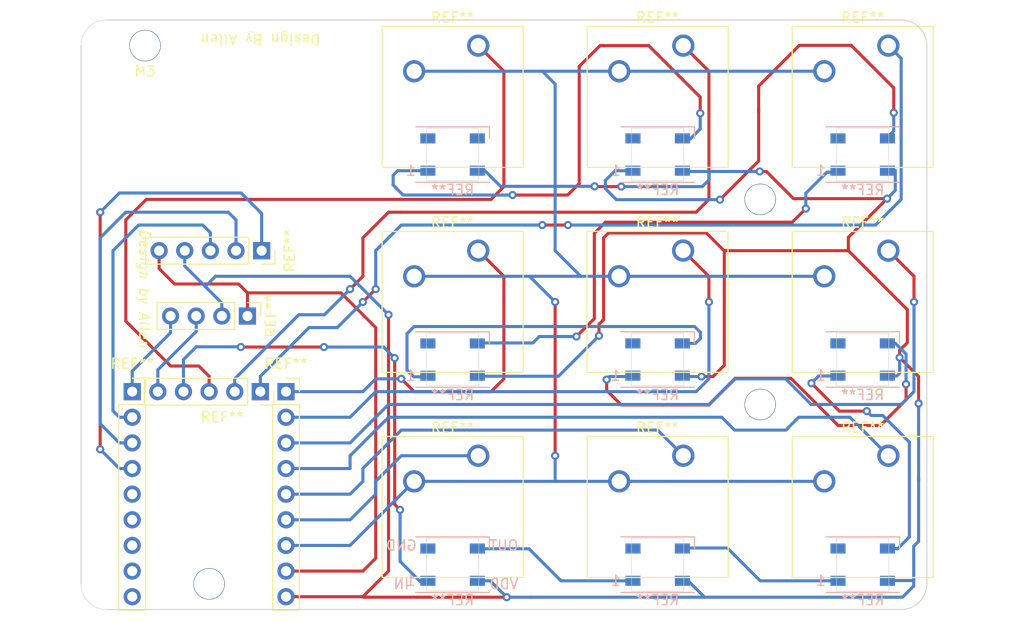
<source format=kicad_pcb>
(kicad_pcb (version 20211014) (generator pcbnew)
  (title_block (title "4*3_programmable_keyboard") (date "2022-05-29"))
  (layers (0 "F.Cu" signal) (31 "B.Cu" signal) (34 "B.Paste" user) (35 "F.Paste" user) (36 "B.SilkS" user "B.Silkscreen") (37 "F.SilkS" user "F.Silkscreen") (38 "B.Mask" user) (39 "F.Mask" user) (44 "Edge.Cuts" user))
  (net 0 "")
  (footprint "Button_Switch_Keyboard:SW_Cherry_MX_1.00u_Plate" (layer "F.Cu") (at 106.68 97.79)
    (fp_text reference "REF**" (at -2.54 -2.794) (layer "F.SilkS"))
    (fp_text value "SW_Cherry_MX_1.00u_Plate")
    (pad "" np_thru_hole circle (at -2.54 5.08) (size 4 4) (drill 4) (layers *.Cu *.Mask))
    (pad "1" thru_hole circle (at 0 0) (size 2.2 2.2) (drill 1.5) (layers *.Cu *.Mask))
    (pad "2" thru_hole circle (at -6.35 2.54) (size 2.2 2.2) (drill 1.5) (layers *.Cu *.Mask))
  )
  (footprint "Button_Switch_Keyboard:SW_Cherry_MX_1.00u_Plate" (layer "F.Cu") (at 86.36 97.79)
    (fp_text reference "REF**" (at -2.54 -2.794) (layer "F.SilkS"))
    (fp_text value "SW_Cherry_MX_1.00u_Plate")
    (pad "" np_thru_hole circle (at -2.54 5.08) (size 4 4) (drill 4) (layers *.Cu *.Mask))
    (pad "1" thru_hole circle (at 0 0) (size 2.2 2.2) (drill 1.5) (layers *.Cu *.Mask))
    (pad "2" thru_hole circle (at -6.35 2.54) (size 2.2 2.2) (drill 1.5) (layers *.Cu *.Mask))
  )
  (footprint "Connector_PinSocket_2.54mm:PinSocket_1x09_P2.54mm_Vertical" (layer "F.Cu") (at 46.99 91.44)
    (fp_text reference "REF**" (at 0 -2.77) (layer "F.SilkS"))
    (fp_text value "PinSocket_1x09_P2.54mm_Vertical")
    (pad "1" thru_hole rect (at 0 0) (size 1.7 1.7) (drill 1) (layers *.Cu *.Mask))
    (pad "2" thru_hole oval (at 0 2.54) (size 1.7 1.7) (drill 1) (layers *.Cu *.Mask))
    (pad "3" thru_hole oval (at 0 5.08) (size 1.7 1.7) (drill 1) (layers *.Cu *.Mask))
    (pad "4" thru_hole oval (at 0 7.62) (size 1.7 1.7) (drill 1) (layers *.Cu *.Mask))
    (pad "5" thru_hole oval (at 0 10.16) (size 1.7 1.7) (drill 1) (layers *.Cu *.Mask))
    (pad "6" thru_hole oval (at 0 12.7) (size 1.7 1.7) (drill 1) (layers *.Cu *.Mask))
    (pad "7" thru_hole oval (at 0 15.24) (size 1.7 1.7) (drill 1) (layers *.Cu *.Mask))
    (pad "8" thru_hole oval (at 0 17.78) (size 1.7 1.7) (drill 1) (layers *.Cu *.Mask))
    (pad "9" thru_hole oval (at 0 20.32) (size 1.7 1.7) (drill 1) (layers *.Cu *.Mask))
  )
  (footprint "Button_Switch_Keyboard:SW_Cherry_MX_1.00u_Plate" (layer "F.Cu") (at 66.04 57.15)
    (fp_text reference "REF**" (at -2.54 -2.794) (layer "F.SilkS"))
    (fp_text value "SW_Cherry_MX_1.00u_Plate")
    (pad "" np_thru_hole circle (at -2.54 5.08) (size 4 4) (drill 4) (layers *.Cu *.Mask))
    (pad "1" thru_hole circle (at 0 0) (size 2.2 2.2) (drill 1.5) (layers *.Cu *.Mask))
    (pad "2" thru_hole circle (at -6.35 2.54) (size 2.2 2.2) (drill 1.5) (layers *.Cu *.Mask))
  )
  (footprint "Button_Switch_Keyboard:SW_Cherry_MX_1.00u_Plate" (layer "F.Cu") (at 86.36 57.15)
    (fp_text reference "REF**" (at -2.54 -2.794) (layer "F.SilkS"))
    (fp_text value "SW_Cherry_MX_1.00u_Plate")
    (pad "" np_thru_hole circle (at -2.54 5.08) (size 4 4) (drill 4) (layers *.Cu *.Mask))
    (pad "1" thru_hole circle (at 0 0) (size 2.2 2.2) (drill 1.5) (layers *.Cu *.Mask))
    (pad "2" thru_hole circle (at -6.35 2.54) (size 2.2 2.2) (drill 1.5) (layers *.Cu *.Mask))
  )
  (footprint "Button_Switch_Keyboard:SW_Cherry_MX_1.00u_Plate" (layer "F.Cu") (at 106.68 77.47)
    (fp_text reference "REF**" (at -2.54 -2.794) (layer "F.SilkS"))
    (fp_text value "SW_Cherry_MX_1.00u_Plate")
    (pad "" np_thru_hole circle (at -2.54 5.08) (size 4 4) (drill 4) (layers *.Cu *.Mask))
    (pad "1" thru_hole circle (at 0 0) (size 2.2 2.2) (drill 1.5) (layers *.Cu *.Mask))
    (pad "2" thru_hole circle (at -6.35 2.54) (size 2.2 2.2) (drill 1.5) (layers *.Cu *.Mask))
  )
  (footprint "Connector_PinSocket_2.54mm:PinSocket_1x09_P2.54mm_Vertical" (layer "F.Cu") (at 31.75 91.44)
    (fp_text reference "REF**" (at 0 -2.77) (layer "F.SilkS"))
    (fp_text value "PinSocket_1x09_P2.54mm_Vertical")
    (pad "1" thru_hole rect (at 0 0) (size 1.7 1.7) (drill 1) (layers *.Cu *.Mask))
    (pad "2" thru_hole oval (at 0 2.54) (size 1.7 1.7) (drill 1) (layers *.Cu *.Mask))
    (pad "3" thru_hole oval (at 0 5.08) (size 1.7 1.7) (drill 1) (layers *.Cu *.Mask))
    (pad "4" thru_hole oval (at 0 7.62) (size 1.7 1.7) (drill 1) (layers *.Cu *.Mask))
    (pad "5" thru_hole oval (at 0 10.16) (size 1.7 1.7) (drill 1) (layers *.Cu *.Mask))
    (pad "6" thru_hole oval (at 0 12.7) (size 1.7 1.7) (drill 1) (layers *.Cu *.Mask))
    (pad "7" thru_hole oval (at 0 15.24) (size 1.7 1.7) (drill 1) (layers *.Cu *.Mask))
    (pad "8" thru_hole oval (at 0 17.78) (size 1.7 1.7) (drill 1) (layers *.Cu *.Mask))
    (pad "9" thru_hole oval (at 0 20.32) (size 1.7 1.7) (drill 1) (layers *.Cu *.Mask))
  )
  (footprint "Button_Switch_Keyboard:SW_Cherry_MX_1.00u_Plate" (layer "F.Cu") (at 86.340782 77.460391)
    (fp_text reference "REF**" (at -2.54 -2.794) (layer "F.SilkS"))
    (fp_text value "SW_Cherry_MX_1.00u_Plate")
    (pad "" np_thru_hole circle (at -2.54 5.08) (size 4 4) (drill 4) (layers *.Cu *.Mask))
    (pad "1" thru_hole circle (at 0 0) (size 2.2 2.2) (drill 1.5) (layers *.Cu *.Mask))
    (pad "2" thru_hole circle (at -6.35 2.54) (size 2.2 2.2) (drill 1.5) (layers *.Cu *.Mask))
  )
  (footprint "Button_Switch_Keyboard:SW_Cherry_MX_1.00u_Plate" (layer "F.Cu") (at 66.04 97.79)
    (fp_text reference "REF**" (at -2.54 -2.794) (layer "F.SilkS"))
    (fp_text value "SW_Cherry_MX_1.00u_Plate")
    (pad "" np_thru_hole circle (at -2.54 5.08) (size 4 4) (drill 4) (layers *.Cu *.Mask))
    (pad "1" thru_hole circle (at 0 0) (size 2.2 2.2) (drill 1.5) (layers *.Cu *.Mask))
    (pad "2" thru_hole circle (at -6.35 2.54) (size 2.2 2.2) (drill 1.5) (layers *.Cu *.Mask))
  )
  (footprint "Button_Switch_Keyboard:SW_Cherry_MX_1.00u_Plate" (layer "F.Cu") (at 66.04 77.47)
    (fp_text reference "REF**" (at -2.54 -2.794) (layer "F.SilkS"))
    (fp_text value "SW_Cherry_MX_1.00u_Plate")
    (pad "" np_thru_hole circle (at -2.54 5.08) (size 4 4) (drill 4) (layers *.Cu *.Mask))
    (pad "1" thru_hole circle (at 0 0) (size 2.2 2.2) (drill 1.5) (layers *.Cu *.Mask))
    (pad "2" thru_hole circle (at -6.35 2.54) (size 2.2 2.2) (drill 1.5) (layers *.Cu *.Mask))
  )
  (footprint "Button_Switch_Keyboard:SW_Cherry_MX_1.00u_Plate" (layer "F.Cu") (at 106.68 57.15)
    (fp_text reference "REF**" (at -2.54 -2.794) (layer "F.SilkS"))
    (fp_text value "SW_Cherry_MX_1.00u_Plate")
    (pad "" np_thru_hole circle (at -2.54 5.08) (size 4 4) (drill 4) (layers *.Cu *.Mask))
    (pad "1" thru_hole circle (at 0 0) (size 2.2 2.2) (drill 1.5) (layers *.Cu *.Mask))
    (pad "2" thru_hole circle (at -6.35 2.54) (size 2.2 2.2) (drill 1.5) (layers *.Cu *.Mask))
  )
  (footprint "Connector_PinSocket_2.54mm:PinSocket_1x05_P2.54mm_Vertical" (layer "F.Cu") (at 44.45 91.44 -90)
    (fp_text reference "REF**" (at 2.515 3.78) (layer "F.SilkS"))
    (fp_text value "PinSocket_1x05_P2.54mm_Vertical")
    (pad "1" thru_hole rect (at 0 0 270) (size 1.7 1.7) (drill 1) (layers *.Cu *.Mask))
    (pad "2" thru_hole oval (at 0 2.54 270) (size 1.7 1.7) (drill 1) (layers *.Cu *.Mask))
    (pad "3" thru_hole oval (at 0 5.08 270) (size 1.7 1.7) (drill 1) (layers *.Cu *.Mask))
    (pad "4" thru_hole oval (at 0 7.62 270) (size 1.7 1.7) (drill 1) (layers *.Cu *.Mask))
    (pad "5" thru_hole oval (at 0 10.16 270) (size 1.7 1.7) (drill 1) (layers *.Cu *.Mask))
  )
  (footprint "Connector_PinHeader_2.54mm:PinHeader_1x04_P2.54mm_Vertical" (layer "F.Cu") (at 43.17 83.947 -90)
    (fp_text reference "REF**" (at 0 -2.33 90) (layer "F.SilkS"))
    (fp_text value "PinHeader_1x04_P2.54mm_Vertical")
    (pad "1" thru_hole rect (at 0 0 270) (size 1.7 1.7) (drill 1) (layers *.Cu *.Mask))
    (pad "2" thru_hole oval (at 0 2.54 270) (size 1.7 1.7) (drill 1) (layers *.Cu *.Mask))
    (pad "3" thru_hole oval (at 0 5.08 270) (size 1.7 1.7) (drill 1) (layers *.Cu *.Mask))
    (pad "4" thru_hole oval (at 0 7.62 270) (size 1.7 1.7) (drill 1) (layers *.Cu *.Mask))
  )
  (footprint "Connector_PinSocket_2.54mm:PinSocket_1x05_P2.54mm_Vertical" (layer "F.Cu") (at 44.577 77.47 -90)
    (fp_text reference "REF**" (at 0 -2.77 90) (layer "F.SilkS"))
    (fp_text value "PinSocket_1x05_P2.54mm_Vertical")
    (pad "1" thru_hole rect (at 0 0 270) (size 1.7 1.7) (drill 1) (layers *.Cu *.Mask))
    (pad "2" thru_hole oval (at 0 2.54 270) (size 1.7 1.7) (drill 1) (layers *.Cu *.Mask))
    (pad "3" thru_hole oval (at 0 5.08 270) (size 1.7 1.7) (drill 1) (layers *.Cu *.Mask))
    (pad "4" thru_hole oval (at 0 7.62 270) (size 1.7 1.7) (drill 1) (layers *.Cu *.Mask))
    (pad "5" thru_hole oval (at 0 10.16 270) (size 1.7 1.7) (drill 1) (layers *.Cu *.Mask))
  )
  (footprint "LED_SMD:LED_WS2812B_PLCC4_5.0x5.0mm_P3.2mm" (layer "B.Cu") (at 83.82 108.585)
    (fp_text reference "REF**" (at 0 3.5) (layer "B.SilkS") (effects (justify mirror)))
    (fp_text value "LED_WS2812B_PLCC4_5.0x5.0mm_P3.2mm")
    (fp_text user "1" (at -4.15 1.6) (layer "B.SilkS") (effects (justify mirror)))
    (pad "1" smd rect (at -2.45 1.6) (size 1.5 1) (layers "B.Cu" "B.Paste" "B.Mask"))
    (pad "2" smd rect (at -2.45 -1.6) (size 1.5 1) (layers "B.Cu" "B.Paste" "B.Mask"))
    (pad "3" smd rect (at 2.45 -1.6) (size 1.5 1) (layers "B.Cu" "B.Paste" "B.Mask"))
    (pad "4" smd rect (at 2.45 1.6) (size 1.5 1) (layers "B.Cu" "B.Paste" "B.Mask"))
  )
  (footprint "LED_SMD:LED_WS2812B_PLCC4_5.0x5.0mm_P3.2mm" (layer "B.Cu") (at 104.14 67.945)
    (fp_text reference "REF**" (at 0 3.5) (layer "B.SilkS") (effects (justify mirror)))
    (fp_text value "LED_WS2812B_PLCC4_5.0x5.0mm_P3.2mm")
    (fp_text user "1" (at -4.15 1.6) (layer "B.SilkS") (effects (justify mirror)))
    (pad "1" smd rect (at -2.45 1.6) (size 1.5 1) (layers "B.Cu" "B.Paste" "B.Mask"))
    (pad "2" smd rect (at -2.45 -1.6) (size 1.5 1) (layers "B.Cu" "B.Paste" "B.Mask"))
    (pad "3" smd rect (at 2.45 -1.6) (size 1.5 1) (layers "B.Cu" "B.Paste" "B.Mask"))
    (pad "4" smd rect (at 2.45 1.6) (size 1.5 1) (layers "B.Cu" "B.Paste" "B.Mask"))
  )
  (footprint "LED_SMD:LED_WS2812B_PLCC4_5.0x5.0mm_P3.2mm" (layer "B.Cu") (at 104.14 108.585)
    (fp_text reference "REF**" (at 0 3.5) (layer "B.SilkS") (effects (justify mirror)))
    (fp_text value "LED_WS2812B_PLCC4_5.0x5.0mm_P3.2mm")
    (fp_text user "1" (at -4.15 1.6) (layer "B.SilkS") (effects (justify mirror)))
    (pad "1" smd rect (at -2.45 1.6) (size 1.5 1) (layers "B.Cu" "B.Paste" "B.Mask"))
    (pad "2" smd rect (at -2.45 -1.6) (size 1.5 1) (layers "B.Cu" "B.Paste" "B.Mask"))
    (pad "3" smd rect (at 2.45 -1.6) (size 1.5 1) (layers "B.Cu" "B.Paste" "B.Mask"))
    (pad "4" smd rect (at 2.45 1.6) (size 1.5 1) (layers "B.Cu" "B.Paste" "B.Mask"))
  )
  (footprint "LED_SMD:LED_WS2812B_PLCC4_5.0x5.0mm_P3.2mm" (layer "B.Cu") (at 83.82 67.945)
    (fp_text reference "REF**" (at 0 3.5) (layer "B.SilkS") (effects (justify mirror)))
    (fp_text value "LED_WS2812B_PLCC4_5.0x5.0mm_P3.2mm")
    (fp_text user "1" (at -4.15 1.6) (layer "B.SilkS") (effects (justify mirror)))
    (pad "1" smd rect (at -2.45 1.6) (size 1.5 1) (layers "B.Cu" "B.Paste" "B.Mask"))
    (pad "2" smd rect (at -2.45 -1.6) (size 1.5 1) (layers "B.Cu" "B.Paste" "B.Mask"))
    (pad "3" smd rect (at 2.45 -1.6) (size 1.5 1) (layers "B.Cu" "B.Paste" "B.Mask"))
    (pad "4" smd rect (at 2.45 1.6) (size 1.5 1) (layers "B.Cu" "B.Paste" "B.Mask"))
  )
  (footprint "LED_SMD:LED_WS2812B_PLCC4_5.0x5.0mm_P3.2mm" (layer "B.Cu") (at 63.5 67.945)
    (fp_text reference "REF**" (at 0 3.5) (layer "B.SilkS") (effects (justify mirror)))
    (fp_text value "LED_WS2812B_PLCC4_5.0x5.0mm_P3.2mm")
    (fp_text user "1" (at -4.15 1.6) (layer "B.SilkS") (effects (justify mirror)))
    (pad "1" smd rect (at -2.45 1.6) (size 1.5 1) (layers "B.Cu" "B.Paste" "B.Mask"))
    (pad "2" smd rect (at -2.45 -1.6) (size 1.5 1) (layers "B.Cu" "B.Paste" "B.Mask"))
    (pad "3" smd rect (at 2.45 -1.6) (size 1.5 1) (layers "B.Cu" "B.Paste" "B.Mask"))
    (pad "4" smd rect (at 2.45 1.6) (size 1.5 1) (layers "B.Cu" "B.Paste" "B.Mask"))
  )
  (footprint "LED_SMD:LED_WS2812B_PLCC4_5.0x5.0mm_P3.2mm" (layer "B.Cu") (at 63.5 108.585)
    (fp_text reference "REF**" (at 0 3.5) (layer "B.SilkS") (effects (justify mirror)))
    (fp_text value "LED_WS2812B_PLCC4_5.0x5.0mm_P3.2mm")
    (fp_text user "1" (at -4.15 1.6) (layer "B.SilkS") (effects (justify mirror)))
    (pad "1" smd rect (at -2.45 1.6) (size 1.5 1) (layers "B.Cu" "B.Paste" "B.Mask"))
    (pad "2" smd rect (at -2.45 -1.6) (size 1.5 1) (layers "B.Cu" "B.Paste" "B.Mask"))
    (pad "3" smd rect (at 2.45 -1.6) (size 1.5 1) (layers "B.Cu" "B.Paste" "B.Mask"))
    (pad "4" smd rect (at 2.45 1.6) (size 1.5 1) (layers "B.Cu" "B.Paste" "B.Mask"))
  )
  (footprint "LED_SMD:LED_WS2812B_PLCC4_5.0x5.0mm_P3.2mm" (layer "B.Cu") (at 83.810668 88.25722)
    (fp_text reference "REF**" (at 0 3.5) (layer "B.SilkS") (effects (justify mirror)))
    (fp_text value "LED_WS2812B_PLCC4_5.0x5.0mm_P3.2mm")
    (fp_text user "1" (at -4.15 1.6) (layer "B.SilkS") (effects (justify mirror)))
    (pad "1" smd rect (at -2.45 1.6) (size 1.5 1) (layers "B.Cu" "B.Paste" "B.Mask"))
    (pad "2" smd rect (at -2.45 -1.6) (size 1.5 1) (layers "B.Cu" "B.Paste" "B.Mask"))
    (pad "3" smd rect (at 2.45 -1.6) (size 1.5 1) (layers "B.Cu" "B.Paste" "B.Mask"))
    (pad "4" smd rect (at 2.45 1.6) (size 1.5 1) (layers "B.Cu" "B.Paste" "B.Mask"))
  )
  (footprint "LED_SMD:LED_WS2812B_PLCC4_5.0x5.0mm_P3.2mm" (layer "B.Cu") (at 104.134229 88.25722)
    (fp_text reference "REF**" (at 0 3.5) (layer "B.SilkS") (effects (justify mirror)))
    (fp_text value "LED_WS2812B_PLCC4_5.0x5.0mm_P3.2mm")
    (fp_text user "1" (at -4.15 1.6) (layer "B.SilkS") (effects (justify mirror)))
    (pad "1" smd rect (at -2.45 1.6) (size 1.5 1) (layers "B.Cu" "B.Paste" "B.Mask"))
    (pad "2" smd rect (at -2.45 -1.6) (size 1.5 1) (layers "B.Cu" "B.Paste" "B.Mask"))
    (pad "3" smd rect (at 2.45 -1.6) (size 1.5 1) (layers "B.Cu" "B.Paste" "B.Mask"))
    (pad "4" smd rect (at 2.45 1.6) (size 1.5 1) (layers "B.Cu" "B.Paste" "B.Mask"))
  )
  (footprint "LED_SMD:LED_WS2812B_PLCC4_5.0x5.0mm_P3.2mm" (layer "B.Cu") (at 63.5 88.265)
    (fp_text reference "REF**" (at 0 3.5) (layer "B.SilkS") (effects (justify mirror)))
    (fp_text value "LED_WS2812B_PLCC4_5.0x5.0mm_P3.2mm")
    (fp_text user "1" (at -4.15 1.6) (layer "B.SilkS") (effects (justify mirror)))
    (pad "1" smd rect (at -2.45 1.6) (size 1.5 1) (layers "B.Cu" "B.Paste" "B.Mask"))
    (pad "2" smd rect (at -2.45 -1.6) (size 1.5 1) (layers "B.Cu" "B.Paste" "B.Mask"))
    (pad "3" smd rect (at 2.45 -1.6) (size 1.5 1) (layers "B.Cu" "B.Paste" "B.Mask"))
    (pad "4" smd rect (at 2.45 1.6) (size 1.5 1) (layers "B.Cu" "B.Paste" "B.Mask"))
  )
  (gr_arc (start 110.49 110.49) (mid 109.746051 112.286051) (end 107.95 113.03) (layer "Edge.Cuts") (width 0.1))
  (gr_rect (start 101.538462 65.342253) (end 106.720062 70.553853) (layer "Edge.Cuts") (width 0.05) (fill none))
  (gr_line (start 29.21 113.03) (end 107.95 113.03) (layer "Edge.Cuts") (width 0.1))
  (gr_rect (start 60.9092 85.6742) (end 66.0908 90.8558) (layer "Edge.Cuts") (width 0.05) (fill none))
  (gr_rect (start 60.903194 65.342253) (end 66.084794 70.543853) (layer "Edge.Cuts") (width 0.05) (fill none))
  (gr_rect (start 101.538462 85.6542) (end 106.720062 90.8558) (layer "Edge.Cuts") (width 0.05) (fill none))
  (gr_rect (start 81.220828 85.6542) (end 86.402428 90.8558) (layer "Edge.Cuts") (width 0.05) (fill none))
  (gr_rect (start 81.2292 65.335) (end 86.4108 70.5366) (layer "Edge.Cuts") (width 0.05) (fill none))
  (gr_line (start 26.67 110.49) (end 26.67 57.15) (layer "Edge.Cuts") (width 0.1))
  (gr_line (start 110.49 110.49) (end 110.49 57.15) (layer "Edge.Cuts") (width 0.1))
  (gr_arc (start 107.95 54.61) (mid 109.746051 55.353949) (end 110.49 57.15) (layer "Edge.Cuts") (width 0.1))
  (gr_rect (start 101.5492 105.9742) (end 106.7308 111.1958) (layer "Edge.Cuts") (width 0.05) (fill none))
  (gr_line (start 107.95 54.61) (end 29.21 54.61) (layer "Edge.Cuts") (width 0.1))
  (gr_rect (start 60.9092 105.9842) (end 66.0908 111.1758) (layer "Edge.Cuts") (width 0.05) (fill none))
  (gr_arc (start 29.21 113.03) (mid 27.413949 112.286051) (end 26.67 110.49) (layer "Edge.Cuts") (width 0.05))
  (gr_rect (start 81.2292 105.9742) (end 86.4108 111.1958) (layer "Edge.Cuts") (width 0.05) (fill none))
  (gr_arc (start 26.67 57.15) (mid 27.413949 55.353949) (end 29.21 54.61) (layer "Edge.Cuts") (width 0.05))
  (gr_text "OUT\n" (at 68.58 106.68) (layer "B.SilkS") (effects (font (size 1 1)) (justify mirror)))
  (gr_text "VDD" (at 68.58 110.49) (layer "B.SilkS") (effects (font (size 1 1)) (justify mirror)))
  (gr_text "GND" (at 58.42 106.68) (layer "B.SilkS") (effects (font (size 1 1)) (justify mirror)))
  (gr_text "IN" (at 58.42 110.49) (layer "B.SilkS") (effects (font (size 1 1)) (justify mirror)))
  (gr_text "Design by Allen" (at 32.96 81.28 -90) (layer "F.SilkS") (effects (font (size 1 1) (thickness 0.15) italic)))
  (gr_text "Design By Allen" (at 44.45 56.515 180) (layer "F.SilkS") (effects (font (size 1 1))))
  (gr_text "M3" (at 33.02 59.69) (layer "F.SilkS") (effects (font (size 1 1))))
  (segment (start 66.04 77.47) (end 68.58 80.01) (width 0.3048) (layer "F.Cu") (net 0))
  (segment (start 75.7682 85.979) (end 77.5462 84.201) (width 0.3048) (layer "F.Cu") (net 0))
  (segment (start 54.61 80.01) (end 53.34 81.28) (width 0.3048) (layer "F.Cu") (net 0))
  (segment (start 54.61 82.55) (end 55.88 81.28) (width 0.3048) (layer "F.Cu") (net 0))
  (segment (start 82.931 57.15) (end 78.105 57.15) (width 0.3048) (layer "F.Cu") (net 0))
  (segment (start 33.147 72.39) (end 31.115 74.422) (width 0.3048) (layer "F.Cu") (net 0))
  (segment (start 54.61 109.22) (end 55.88 107.95) (width 0.3048) (layer "F.Cu") (net 0))
  (segment (start 55.88 85.09) (end 52.441 81.651) (width 0.3048) (layer "F.Cu") (net 0))
  (segment (start 57.15 83.82) (end 57.15 109.22) (width 0.3048) (layer "F.Cu") (net 0))
  (segment (start 101.8286 93.3704) (end 104.5464 93.3704) (width 0.3048) (layer "F.Cu") (net 0))
  (segment (start 80.2132 71.12) (end 77.597 71.12) (width 0.3048) (layer "F.Cu") (net 0))
  (segment (start 90.424 77.4954) (end 90.424 88.8238) (width 0.3048) (layer "F.Cu") (net 0))
  (segment (start 106.553 72.3138) (end 97.282 72.3138) (width 0.3048) (layer "F.Cu") (net 0))
  (segment (start 34.417 79.248) (end 34.417 77.47) (width 0.3048) (layer "F.Cu") (net 0))
  (segment (start 107.2388 63.7794) (end 107.2134 63.8048) (width 0.3048) (layer "F.Cu") (net 0))
  (segment (start 78.6384 74.6506) (end 96.4692 74.6506) (width 0.3048) (layer "F.Cu") (net 0))
  (segment (start 90.424 88.8238) (end 89.3064 89.9414) (width 0.3048) (layer "F.Cu") (net 0))
  (segment (start 108.5596 86.5886) (end 108.5596 83.312) (width 0.3048) (layer "F.Cu") (net 0))
  (segment (start 76.0476 59.2074) (end 76.0476 70.485) (width 0.3048) (layer "F.Cu") (net 0))
  (segment (start 75.057 71.8058) (end 74.9046 71.9582) (width 0.3048) (layer "F.Cu") (net 0))
  (segment (start 54.61 76.2) (end 54.61 80.01) (width 0.3048) (layer "F.Cu") (net 0))
  (segment (start 78.9432 75.7174) (end 88.646 75.7174) (width 0.3048) (layer "F.Cu") (net 0))
  (segment (start 73.66 82.55) (end 73.66 97.79) (width 0.3048) (layer "F.Cu") (net 0))
  (segment (start 97.028 90.1192) (end 101.7016 94.7928) (width 0.3048) (layer "F.Cu") (net 0))
  (segment (start 78.0034 85.9028) (end 78.0034 84.7598) (width 0.3048) (layer "F.Cu") (net 0))
  (segment (start 74.9046 71.9582) (end 69.4436 71.9582) (width 0.3048) (layer "F.Cu") (net 0))
  (segment (start 87.63 73.66) (end 58.42 73.66) (width 0.3048) (layer "F.Cu") (net 0))
  (segment (start 88.0364 63.8556) (end 88.0364 62.2554) (width 0.3048) (layer "F.Cu") (net 0))
  (segment (start 43.17 83.947) (end 43.17 81.651) (width 0.3048) (layer "F.Cu") (net 0))
  (segment (start 57.15 73.66) (end 54.61 76.2) (width 0.3048) (layer "F.Cu") (net 0))
  (segment (start 89.3064 89.9414) (end 88.1634 89.9414) (width 0.3048) (layer "F.Cu") (net 0))
  (segment (start 101.7016 94.7928) (end 105.8926 94.7928) (width 0.3048) (layer "F.Cu") (net 0))
  (segment (start 105.8926 94.7928) (end 108.4326 92.2528) (width 0.3048) (layer "F.Cu") (net 0))
  (segment (start 108.5596 83.312) (end 102.7176 77.47) (width 0.3048) (layer "F.Cu") (net 0))
  (segment (start 86.340782 77.460391) (end 88.9 80.019609) (width 0.3048) (layer "F.Cu") (net 0))
  (segment (start 38.354 88.9) (end 39.37 89.916) (width 0.3048) (layer "F.Cu") (net 0))
  (segment (start 46.99 111.76) (end 54.61 111.76) (width 0.3048) (layer "F.Cu") (net 0))
  (segment (start 68.58 90.17) (end 67.31 91.44) (width 0.3048) (layer "F.Cu") (net 0))
  (segment (start 93.8276 63.373) (end 93.8276 68.58) (width 0.3048) (layer "F.Cu") (net 0))
  (segment (start 91.4908 90.1192) (end 97.028 90.1192) (width 0.3048) (layer "F.Cu") (net 0))
  (segment (start 57.7596 88.1126) (end 57.7596 102.616) (width 0.3048) (layer "F.Cu") (net 0))
  (segment (start 99.06 90.6018) (end 101.8286 93.3704) (width 0.3048) (layer "F.Cu") (net 0))
  (segment (start 97.282 72.3138) (end 94.615 69.6468) (width 0.3048) (layer "F.Cu") (net 0))
  (segment (start 106.68 77.47) (end 109.22 80.01) (width 0.3048) (layer "F.Cu") (net 0))
  (segment (start 57.7596 102.616) (end 58.293 103.1494) (width 0.3048) (layer "F.Cu") (net 0))
  (segment (start 43.17 81.651) (end 42.291 80.772) (width 0.3048) (layer "F.Cu") (net 0))
  (segment (start 28.575 73.66) (end 28.575 97.155) (width 0.3048) (layer "F.Cu") (net 0))
  (segment (start 57.15 109.22) (end 54.61 111.76) (width 0.3048) (layer "F.Cu") (net 0))
  (segment (start 78.0034 84.7598) (end 78.3844 84.3788) (width 0.3048) (layer "F.Cu") (net 0))
  (segment (start 31.115 84.455) (end 35.56 88.9) (width 0.3048) (layer "F.Cu") (net 0))
  (segment (start 67.31 91.44) (end 59.69 91.44) (width 0.3048) (layer "F.Cu") (net 0))
  (segment (start 103.8606 57.9882) (end 102.997 57.1246) (width 0.3048) (layer "F.Cu") (net 0))
  (segment (start 93.8276 63.373) (end 93.8276 63.7286) (width 0.3048) (layer "F.Cu") (net 0))
  (segment (start 78.3844 84.3788) (end 78.4606 84.3026) (width 0.3048) (layer "F.Cu") (net 0))
  (segment (start 93.8276 61.1632) (end 93.8276 63.373) (width 0.3048) (layer "F.Cu") (net 0))
  (segment (start 55.88 107.95) (end 55.88 85.09) (width 0.3048) (layer "F.Cu") (net 0))
  (segment (start 97.155 74.6506) (end 96.4692 74.6506) (width 0.3048) (layer "F.Cu") (net 0))
  (segment (start 68.8594 111.8108) (end 54.6608 111.8108) (width 0.3048) (layer "F.Cu") (net 0))
  (segment (start 68.58 71.12) (end 67.31 72.39) (width 0.3048) (layer "F.Cu") (net 0))
  (segment (start 42.291 80.772) (end 35.941 80.772) (width 0.3048) (layer "F.Cu") (net 0))
  (segment (start 94.615 69.6468) (end 94.5896 69.6214) (width 0.3048) (layer "F.Cu") (net 0))
  (segment (start 94.5896 69.6214) (end 93.9292 69.6214) (width 0.3048) (layer "F.Cu") (net 0))
  (segment (start 78.105 57.15) (end 76.0476 59.2074) (width 0.3048) (layer "F.Cu") (net 0))
  (segment (start 109.6772 89.9414) (end 109.6772 92.6084) (width 0.3048) (layer "F.Cu") (net 0))
  (segment (start 67.31 72.39) (end 33.147 72.39) (width 0.3048) (layer "F.Cu") (net 0))
  (segment (start 50.7492 87.0204) (end 42.5196 87.0204) (width 0.3048) (layer "F.Cu") (net 0))
  (segment (start 107.2134 61.341) (end 103.8606 57.9882) (width 0.3048) (layer "F.Cu") (net 0))
  (segment (start 54.6608 111.8108) (end 54.61 111.76) (width 0.3048) (layer "F.Cu") (net 0))
  (segment (start 88.9 72.39) (end 87.63 73.66) (width 0.3048) (layer "F.Cu") (net 0))
  (segment (start 91.4908 90.17) (end 91.4908 90.1192) (width 0.3048) (layer "F.Cu") (net 0))
  (segment (start 108.4326 92.2528) (end 108.4326 90.7034) (width 0.3048) (layer "F.Cu") (net 0))
  (segment (start 90.4494 77.47) (end 90.424 77.4954) (width 0.3048) (layer "F.Cu") (net 0))
  (segment (start 35.941 80.772) (end 34.417 79.248) (width 0.3048) (layer "F.Cu") (net 0))
  (segment (start 78.7654 90.2462) (end 78.7654 91.313) (width 0.3048) (layer "F.Cu") (net 0))
  (segment (start 39.37 89.916) (end 39.37 91.44) (width 0.3048) (layer "F.Cu") (net 0))
  (segment (start 76.0476 70.8152) (end 75.057 71.8058) (width 0.3048) (layer "F.Cu") (net 0))
  (segment (start 80.2132 92.7608) (end 88.9 92.7608) (width 0.3048) (layer "F.Cu") (net 0))
  (segment (start 68.58 80.01) (end 68.58 82.55) (width 0.3048) (layer "F.Cu") (net 0))
  (segment (start 78.7654 91.313) (end 80.2132 92.7608) (width 0.3048) (layer "F.Cu") (net 0))
  (segment (start 88.9 92.7608) (end 91.4908 90.17) (width 0.3048) (layer "F.Cu") (net 0))
  (segment (start 86.36 57.15) (end 88.9 59.69) (width 0.3048) (layer "F.Cu") (net 0))
  (segment (start 35.56 88.9) (end 38.354 88.9) (width 0.3048) (layer "F.Cu") (net 0))
  (segment (start 102.997 57.1246) (end 97.8662 57.1246) (width 0.3048) (layer "F.Cu") (net 0))
  (segment (start 77.5462 75.7428) (end 78.6384 74.6506) (width 0.3048) (layer "F.Cu") (net 0))
  (segment (start 78.4606 84.3026) (end 78.4606 76.2) (width 0.3048) (layer "F.Cu") (net 0))
  (segment (start 107.2134 63.8048) (end 107.2134 61.341) (width 0.3048) (layer "F.Cu") (net 0))
  (segment (start 52.441 81.651) (end 43.17 81.651) (width 0.3048) (layer "F.Cu") (net 0))
  (segment (start 72.39 74.93) (end 74.93 74.93) (width 0.3048) (layer "F.Cu") (net 0))
  (segment (start 97.8662 57.1246) (end 93.8276 61.1632) (width 0.3048) (layer "F.Cu") (net 0))
  (segment (start 88.9 80.019609) (end 88.9 82.55) (width 0.3048) (layer "F.Cu") (net 0))
  (segment (start 77.597 71.12) (end 77.5716 71.0946) (width 0.3048) (layer "F.Cu") (net 0))
  (segment (start 109.22 80.01) (end 109.22 82.55) (width 0.3048) (layer "F.Cu") (net 0))
  (segment (start 88.0364 62.2554) (end 82.931 57.15) (width 0.3048) (layer "F.Cu") (net 0))
  (segment (start 68.8086 111.76) (end 68.8594 111.8108) (width 0.3048) (layer "F.Cu") (net 0))
  (segment (start 93.8276 68.58) (end 89.9922 72.4154) (width 0.3048) (layer "F.Cu") (net 0))
  (segment (start 31.115 74.422) (end 31.115 84.455) (width 0.3048) (layer "F.Cu") (net 0))
  (segment (start 66.04 57.15) (end 68.58 59.69) (width 0.3048) (layer "F.Cu") (net 0))
  (segment (start 78.4606 76.2) (end 78.9432 75.7174) (width 0.3048) (layer "F.Cu") (net 0))
  (segment (start 77.5462 84.201) (end 77.5462 75.7428) (width 0.3048) (layer "F.Cu") (net 0))
  (segment (start 102.7176 77.47) (end 90.4494 77.47) (width 0.3048) (layer "F.Cu") (net 0))
  (segment (start 88.9 59.69) (end 88.9 72.39) (width 0.3048) (layer "F.Cu") (net 0))
  (segment (start 107.7976 88.0618) (end 107.7976 87.3506) (width 0.3048) (layer "F.Cu") (net 0))
  (segment (start 102.7176 76.1492) (end 102.7176 77.47) (width 0.3048) (layer "F.Cu") (net 0))
  (segment (start 68.58 82.55) (end 68.58 90.17) (width 0.3048) (layer "F.Cu") (net 0))
  (segment (start 59.69 91.44) (end 58.42 90.17) (width 0.3048) (layer "F.Cu") (net 0))
  (segment (start 58.42 73.66) (end 57.15 73.66) (width 0.3048) (layer "F.Cu") (net 0))
  (segment (start 68.58 59.69) (end 68.58 71.12) (width 0.3048) (layer "F.Cu") (net 0))
  (segment (start 107.7976 87.3506) (end 108.5596 86.5886) (width 0.3048) (layer "F.Cu") (net 0))
  (segment (start 88.646 75.7174) (end 90.424 77.4954) (width 0.3048) (layer "F.Cu") (net 0))
  (segment (start 46.99 109.22) (end 54.61 109.22) (width 0.3048) (layer "F.Cu") (net 0))
  (segment (start 98.5012 73.3044) (end 97.155 74.6506) (width 0.3048) (layer "F.Cu") (net 0))
  (segment (start 107.7976 88.0618) (end 109.6772 89.9414) (width 0.3048) (layer "F.Cu") (net 0))
  (segment (start 106.553 72.3138) (end 102.7176 76.1492) (width 0.3048) (layer "F.Cu") (net 0))
  (segment (start 76.0476 70.485) (end 76.0476 70.8152) (width 0.3048) (layer "F.Cu") (net 0))
  (via (at 54.61 82.55) (size 0.8) (drill 0.4) (layers "F.Cu" "B.Cu") (net 0))
  (via (at 69.4436 71.9582) (size 0.8) (drill 0.4) (layers "F.Cu" "B.Cu") (net 0))
  (via (at 58.293 103.1494) (size 0.8) (drill 0.4) (layers "F.Cu" "B.Cu") (net 0))
  (via (at 98.5012 73.3044) (size 0.8) (drill 0.4) (layers "F.Cu" "B.Cu") (net 0))
  (via (at 28.575 73.66) (size 0.8) (drill 0.4) (layers "F.Cu" "B.Cu") (net 0))
  (via (at 39.37 110.49) (size 3.1) (drill 3) (layers "F.Cu" "B.Cu") (net 0))
  (via (at 73.66 97.79) (size 0.8) (drill 0.4) (layers "F.Cu" "B.Cu") (net 0))
  (via (at 68.8594 111.8108) (size 0.8) (drill 0.4) (layers "F.Cu" "B.Cu") (net 0))
  (via (at 80.2132 71.12) (size 0.8) (drill 0.4) (layers "F.Cu" "B.Cu") (net 0))
  (via (at 75.7682 85.979) (size 0.8) (drill 0.4) (layers "F.Cu" "B.Cu") (net 0))
  (via (at 93.9292 69.6214) (size 0.8) (drill 0.4) (layers "F.Cu" "B.Cu") (net 0))
  (via (at 73.66 82.55) (size 0.8) (drill 0.4) (layers "F.Cu" "B.Cu") (net 0))
  (via (at 108.4326 90.7034) (size 0.8) (drill 0.4) (layers "F.Cu" "B.Cu") (net 0))
  (via (at 58.42 90.17) (size 0.8) (drill 0.4) (layers "F.Cu" "B.Cu") (net 0))
  (via (at 78.7654 90.2462) (size 0.8) (drill 0.4) (layers "F.Cu" "B.Cu") (net 0))
  (via (at 50.7492 87.0204) (size 0.8) (drill 0.4) (layers "F.Cu" "B.Cu") (net 0))
  (via (at 107.2134 63.8048) (size 0.8) (drill 0.4) (layers "F.Cu" "B.Cu") (net 0))
  (via (at 93.98 92.71) (size 3.1) (drill 3) (layers "F.Cu" "B.Cu") (net 0))
  (via (at 57.7596 88.1126) (size 0.8) (drill 0.4) (layers "F.Cu" "B.Cu") (net 0))
  (via (at 33.02 57.15) (size 3.1) (drill 3) (layers "F.Cu" "B.Cu") (net 0))
  (via (at 109.22 82.55) (size 0.8) (drill 0.4) (layers "F.Cu" "B.Cu") (net 0))
  (via (at 88.1634 89.9414) (size 0.8) (drill 0.4) (layers "F.Cu" "B.Cu") (net 0))
  (via (at 107.7976 88.0618) (size 0.8) (drill 0.4) (layers "F.Cu" "B.Cu") (net 0))
  (via (at 109.6772 92.6084) (size 0.8) (drill 0.4) (layers "F.Cu" "B.Cu") (net 0))
  (via (at 106.553 72.3138) (size 0.8) (drill 0.4) (layers "F.Cu" "B.Cu") (net 0))
  (via (at 55.88 81.28) (size 0.8) (drill 0.4) (layers "F.Cu" "B.Cu") (net 0))
  (via (at 88.9 82.55) (size 0.8) (drill 0.4) (layers "F.Cu" "B.Cu") (net 0))
  (via (at 77.5716 71.0946) (size 0.8) (drill 0.4) (layers "F.Cu" "B.Cu") (net 0))
  (via (at 89.9922 72.4154) (size 0.8) (drill 0.4) (layers "F.Cu" "B.Cu") (net 0))
  (via (at 99.06 90.6018) (size 0.8) (drill 0.4) (layers "F.Cu" "B.Cu") (net 0))
  (via (at 88.0364 63.8556) (size 0.8) (drill 0.4) (layers "F.Cu" "B.Cu") (net 0))
  (via (at 74.93 74.93) (size 0.8) (drill 0.4) (layers "F.Cu" "B.Cu") (net 0))
  (via (at 42.5196 87.0204) (size 0.8) (drill 0.4) (layers "F.Cu" "B.Cu") (net 0))
  (via (at 72.39 74.93) (size 0.8) (drill 0.4) (layers "F.Cu" "B.Cu") (net 0))
  (via (at 104.5464 93.3704) (size 0.8) (drill 0.4) (layers "F.Cu" "B.Cu") (net 0))
  (via (at 53.34 81.28) (size 0.8) (drill 0.4) (layers "F.Cu" "B.Cu") (net 0))
  (via (at 28.575 97.155) (size 0.8) (drill 0.4) (layers "F.Cu" "B.Cu") (net 0))
  (via (at 57.15 83.82) (size 0.8) (drill 0.4) (layers "F.Cu" "B.Cu") (net 0))
  (via (at 93.98 72.39) (size 3.1) (drill 3) (layers "F.Cu" "B.Cu") (net 0))
  (via (at 78.0034 85.9028) (size 0.8) (drill 0.4) (layers "F.Cu" "B.Cu") (net 0))
  (segment (start 53.34 99.06) (end 53.34 97.79) (width 0.3048) (layer "B.Cu") (net 0))
  (segment (start 58.293 108.2548) (end 58.293 103.1494) (width 0.3048) (layer "B.Cu") (net 0))
  (segment (start 68.2498 71.0946) (end 77.5716 71.0946) (width 0.3048) (layer "B.Cu") (net 0))
  (segment (start 100.295498 80.01) (end 100.316608 79.98889) (width 0.3048) (layer "B.Cu") (net 0))
  (segment (start 86.57272 66.3702) (end 86.57272 66.345) (width 0.3048) (layer "B.Cu") (net 0))
  (segment (start 38.989 81.026) (end 40.63 82.667) (width 0.3048) (layer "B.Cu") (net 0))
  (segment (start 52.07 85.09) (end 49.276 85.09) (width 0.3048) (layer "B.Cu") (net 0))
  (segment (start 105.41 74.93) (end 74.93 74.93) (width 0.3048) (layer "B.Cu") (net 0))
  (segment (start 48.26 83.82) (end 41.91 90.17) (width 0.3048) (layer "B.Cu") (net 0))
  (segment (start 76.2 80.01) (end 100.295498 80.01) (width 0.3048) (layer "B.Cu") (net 0))
  (segment (start 57.6072 70.9676) (end 57.6072 70.0024) (width 0.3048) (layer "B.Cu") (net 0))
  (segment (start 30.48 96.52) (end 31.75 96.52) (width 0.3048) (layer "B.Cu") (net 0))
  (segment (start 73.9902 89.916) (end 66.25272 89.916) (width 0.3048) (layer "B.Cu") (net 0))
  (segment (start 38.09 85.481) (end 34.29 89.281) (width 0.3048) (layer "B.Cu") (net 0))
  (segment (start 99.7712 89.8906) (end 101.376542 89.8906) (width 0.3048) (layer "B.Cu") (net 0))
  (segment (start 71.0692 107.0102) (end 66.25272 107.0102) (width 0.3048) (layer "B.Cu") (net 0))
  (segment (start 99.06 90.6018) (end 99.7712 89.8906) (width 0.3048) (layer "B.Cu") (net 0))
  (segment (start 79.7306 72.4154) (end 78.6384 71.3232) (width 0.3048) (layer "B.Cu") (net 0))
  (segment (start 106.881982 65.939618) (end 106.881982 66.345) (width 0.3048) (layer "B.Cu") (net 0))
  (segment (start 46.99 101.6) (end 53.34 101.6) (width 0.3048) (layer "B.Cu") (net 0))
  (segment (start 108.7628 96.4438) (end 108.7628 105.8418) (width 0.3048) (layer "B.Cu") (net 0))
  (segment (start 88.1634 89.9414) (end 86.564348 89.9414) (width 0.3048) (layer "B.Cu") (net 0))
  (segment (start 67.2336 110.185) (end 66.25272 110.185) (width 0.3048) (layer "B.Cu") (net 0))
  (segment (start 107.2134 65.6082) (end 106.881982 65.939618) (width 0.3048) (layer "B.Cu") (net 0))
  (segment (start 74.244 110.185) (end 71.0692 107.0102) (width 0.3048) (layer "B.Cu") (net 0))
  (segment (start 87.0712 66.3702) (end 88.0364 65.405) (width 0.3048) (layer "B.Cu") (net 0))
  (segment (start 46.99 93.98) (end 53.34 93.98) (width 0.3048) (layer "B.Cu") (net 0))
  (segment (start 100.584 69.6976) (end 98.5012 71.7804) (width 0.3048) (layer "B.Cu") (net 0))
  (segment (start 38.09 83.947) (end 38.09 85.481) (width 0.3048) (layer "B.Cu") (net 0))
  (segment (start 32.385 74.93) (end 29.845 77.47) (width 0.3048) (layer "B.Cu") (net 0))
  (segment (start 101.376542 89.8906) (end 101.376542 89.85722) (width 0.3048) (layer "B.Cu") (net 0))
  (segment (start 55.88 91.44) (end 87.63 91.44) (width 0.3048) (layer "B.Cu") (net 0))
  (segment (start 88.0618 86.1568) (end 88.0618 85.5726) (width 0.3048) (layer "B.Cu") (net 0))
  (segment (start 46.99 99.06) (end 53.34 99.06) (width 0.3048) (layer "B.Cu") (net 0))
  (segment (start 53.34 96.52) (end 57.15 92.71) (width 0.3048) (layer "B.Cu") (net 0))
  (segment (start 89.3064 69.6214) (end 86.57272 69.6214) (width 0.3048) (layer "B.Cu") (net 0))
  (segment (start 71.12 80.01) (end 76.2 80.01) (width 0.3048) (layer "B.Cu") (net 0))
  (segment (start 39.497 77.47) (end 39.497 75.692) (width 0.3048) (layer "B.Cu") (net 0))
  (segment (start 30.48 71.755) (end 28.575 73.66) (width 0.3048) (layer "B.Cu") (net 0))
  (segment (start 28.575 97.155) (end 30.48 99.06) (width 0.3048) (layer "B.Cu") (net 0))
  (segment (start 101.38728 110.185) (end 93.9798 110.185) (width 0.3048) (layer "B.Cu") (net 0))
  (segment (start 53.34 93.98) (end 55.88 91.44) (width 0.3048) (layer "B.Cu") (net 0))
  (segment (start 58.42 95.25) (end 83.82 95.25) (width 0.3048) (layer "B.Cu") (net 0))
  (segment (start 90.17 93.98) (end 57.15 93.98) (width 0.3048) (layer "B.Cu") (net 0))
  (segment (start 73.66 77.47) (end 73.66 60.96) (width 0.3048) (layer "B.Cu") (net 0))
  (segment (start 109.6772 100.2284) (end 109.6772 92.6084) (width 0.3048) (layer "B.Cu") (net 0))
  (segment (start 55.87 100.34) (end 58.42 97.79) (width 0.3048) (layer "B.Cu") (net 0))
  (segment (start 60.74728 89.9668) (end 60.74728 89.865) (width 0.3048) (layer "B.Cu") (net 0))
  (segment (start 93.9292 69.6214) (end 89.3064 69.6214) (width 0.3048) (layer "B.Cu") (net 0))
  (segment (start 96.5 90.17) (end 99.05 92.72) (width 0.3048) (layer "B.Cu") (net 0))
  (segment (start 79.0702 89.9414) (end 81.058908 89.9414) (width 0.3048) (layer "B.Cu") (net 0))
  (segment (start 106.1212 93.8022) (end 108.7628 96.4438) (width 0.3048) (layer "B.Cu") (net 0))
  (segment (start 107.569 107.0356) (end 107.5184 106.985) (width 0.3048) (layer "B.Cu") (net 0))
  (segment (start 53.34 97.79) (end 57.15 93.98) (width 0.3048) (layer "B.Cu") (net 0))
  (segment (start 71.4502 86.614) (end 66.25272 86.614) (width 0.3048) (layer "B.Cu") (net 0))
  (segment (start 88.2396 71.12) (end 80.2132 71.12) (width 0.3048) (layer "B.Cu") (net 0))
  (segment (start 29.845 77.47) (end 29.845 93.345) (width 0.3048) (layer "B.Cu") (net 0))
  (segment (start 86.564348 89.9414) (end 86.564348 89.85722) (width 0.3048) (layer "B.Cu") (net 0))
  (segment (start 58.42 97.79) (end 66.04 97.79) (width 0.3048) (layer "B.Cu") (net 0))
  (segment (start 40.005 80.01) (end 38.989 81.026) (width 0.3048) (layer "B.Cu") (net 0))
  (segment (start 97.79 93.98) (end 96.52 95.25) (width 0.3048) (layer "B.Cu") (net 0))
  (segment (start 89.9922 72.4154) (end 79.7306 72.4154) (width 0.3048) (layer "B.Cu") (net 0))
  (segment (start 93.9798 110.185) (end 90.7288 106.934) (width 0.3048) (layer "B.Cu") (net 0))
  (segment (start 42.037 77.47) (end 42.037 74.422) (width 0.3048) (layer "B.Cu") (net 0))
  (segment (start 104.5464 93.3704) (end 104.9782 93.8022) (width 0.3048) (layer "B.Cu") (net 0))
  (segment (start 41.91 90.17) (end 41.91 91.44) (width 0.3048) (layer "B.Cu") (net 0))
  (segment (start 88.4682 111.8108) (end 108.077 111.8108) (width 0.3048) (layer "B.Cu") (net 0))
  (segment (start 107.95 72.39) (end 105.41 74.93) (width 0.3048) (layer "B.Cu") (net 0))
  (segment (start 106.68 57.15) (end 107.95 58.42) (width 0.3048) (layer "B.Cu") (net 0))
  (segment (start 108.7628 105.8418) (end 107.569 107.0356) (width 0.3048) (layer "B.Cu") (net 0))
  (segment (start 58.42 74.93) (end 55.88 77.47) (width 0.3048) (layer "B.Cu") (net 0))
  (segment (start 35.55 83.947) (end 35.55 85.608) (width 0.3048) (layer "B.Cu") (net 0))
  (segment (start 72.0852 85.979) (end 75.7682 85.979) (width 0.3048) (layer "B.Cu") (net 0))
  (segment (start 109.22 91.44) (end 107.95 92.71) (width 0.3048) (layer "B.Cu") (net 0))
  (segment (start 42.4942 86.995) (end 38.1 86.995) (width 0.3048) (layer "B.Cu") (net 0))
  (segment (start 55.87 101.61) (end 55.87 100.34) (width 0.3048) (layer "B.Cu") (net 0))
  (segment (start 108.077 111.8108) (end 109.1946 110.6932) (width 0.3048) (layer "B.Cu") (net 0))
  (segment (start 102.87 93.98) (end 106.68 97.79) (width 0.3048) (layer "B.Cu") (net 0))
  (segment (start 86.57272 106.934) (end 86.57272 106.985) (width 0.3048) (layer "B.Cu") (net 0))
  (segment (start 107.38362 86.65722) (end 106.881982 86.65722) (width 0.3048) (layer "B.Cu") (net 0))
  (segment (start 76.2 80.01) (end 73.66 77.47) (width 0.3048) (layer "B.Cu") (net 0))
  (segment (start 78.6384 70.5104) (end 79.6038 69.545) (width 0.3048) (layer "B.Cu") (net 0))
  (segment (start 50.8 83.82) (end 48.26 83.82) (width 0.3048) (layer "B.Cu") (net 0))
  (segment (start 59.69 80.01) (end 71.12 80.01) (width 0.3048) (layer "B.Cu") (net 0))
  (segment (start 66.25272 107.0102) (end 66.25272 106.985) (width 0.3048) (layer "B.Cu") (net 0))
  (segment (start 109.6772 100.2284) (end 109.6772 99.9744) (width 0.3048) (layer "B.Cu") (net 0))
  (segment (start 58.5978 71.9582) (end 57.6072 70.9676) (width 0.3048) (layer "B.Cu") (net 0))
  (segment (start 53.34 104.14) (end 55.87 101.61) (width 0.3048) (layer "B.Cu") (net 0))
  (segment (start 88.9254 69.6214) (end 88.9254 70.4342) (width 0.3048) (layer "B.Cu") (net 0))
  (segment (start 107.95 59.69) (end 107.95 72.39) (width 0.3048) (layer "B.Cu") (net 0))
  (segment (start 31.115 73.66) (end 28.575 76.2) (width 0.3048) (layer "B.Cu") (net 0))
  (segment (start 46.99 106.68) (end 53.34 106.68) (width 0.3048) (layer "B.Cu") (net 0))
  (segment (start 86.57272 69.6214) (end 86.57272 69.545) (width 0.3048) (layer "B.Cu") (net 0))
  (segment (start 30.48 99.06) (end 31.75 99.06) (width 0.3048) (layer "B.Cu") (net 0))
  (segment (start 36.83 88.265) (end 36.83 91.44) (width 0.3048) (layer "B.Cu") (net 0))
  (segment (start 108.4326 87.7062) (end 107.6071 86.8807) (width 0.3048) (layer "B.Cu") (net 0))
  (segment (start 59.6392 89.9668) (end 60.74728 89.9668) (width 0.3048) (layer "B.Cu") (net 0))
  (segment (start 53.34 81.28) (end 50.8 83.82) (width 0.3048) (layer "B.Cu") (net 0))
  (segment (start 28.575 76.2) (end 28.575 94.615) (width 0.3048) (layer "B.Cu") (net 0))
  (segment (start 53.34 80.01) (end 40.005 80.01) (width 0.3048) (layer "B.Cu") (net 0))
  (segment (start 108.4326 90.7034) (end 108.4326 87.7062) (width 0.3048) (layer "B.Cu") (net 0))
  (segment (start 36.957 78.994) (end 38.989 81.026) (width 0.3048) (layer "B.Cu") (net 0))
  (segment (start 42.545 71.755) (end 30.48 71.755) (width 0.3048) (layer "B.Cu") (net 0))
  (segment (start 109.1946 110.6932) (end 109.1946 110.1598) (width 0.3048) (layer "B.Cu") (net 0))
  (segment (start 40.63 82.667) (end 40.63 83.947) (width 0.3048) (layer "B.Cu") (net 0))
  (segment (start 100.584 69.6976) (end 101.376542 69.6976) (width 0.3048) (layer "B.Cu") (net 0))
  (segment (start 87.0712 66.3702) (end 86.57272 66.3702) (width 0.3048) (layer "B.Cu") (net 0))
  (segment (start 38.735 74.93) (end 32.385 74.93) (width 0.3048) (layer "B.Cu") (net 0))
  (segment (start 104.9782 93.8022) (end 106.1212 93.8022) (width 0.3048) (layer "B.Cu") (net 0))
  (segment (start 107.95 92.71) (end 99.06 92.71) (width 0.3048) (layer "B.Cu") (net 0))
  (segment (start 109.1946 110.1598) (end 109.1946 106.7562) (width 0.3048) (layer "B.Cu") (net 0))
  (segment (start 98.5012 71.7804) (end 98.5012 73.3044) (width 0.3048) (layer "B.Cu") (net 0))
  (segment (start 107.2134 63.8048) (end 107.2134 65.6082) (width 0.3048) (layer "B.Cu") (net 0))
  (segment (start 71.2216 111.8108) (end 68.8594 111.8108) (width 0.3048) (layer "B.Cu") (net 0))
  (segment (start 88.9 90.17) (end 88.9 82.55) (width 0.3048) (layer "B.Cu") (net 0))
  (segment (start 78.6384 71.3232) (end 78.6384 70.5104) (width 0.3048) (layer "B.Cu") (net 0))
  (segment (start 42.037 74.422) (end 41.275 73.66) (width 0.3048) (layer "B.Cu") (net 0))
  (segment (start 68.8594 111.8108) (end 67.2336 110.185) (width 0.3048) (layer "B.Cu") (net 0))
  (segment (start 49.276 85.09) (end 44.45 89.916) (width 0.3048) (layer "B.Cu") (net 0))
  (segment (start 89.3064 69.6214) (end 88.9254 69.6214) (width 0.3048) (layer "B.Cu") (net 0))
  (segment (start 34.29 89.281) (end 34.29 91.44) (width 0.3048) (layer "B.Cu") (net 0))
  (segment (start 96.52 95.25) (end 91.44 95.25) (width 0.3048) (layer "B.Cu") (net 0))
  (segment (start 90.7288 106.934) (end 86.57272 106.934) (width 0.3048) (layer "B.Cu") (net 0))
  (segment (start 59.69 59.69) (end 100.285889 59.69) (width 0.3048) (layer "B.Cu") (net 0))
  (segment (start 42.5196 87.0204) (end 42.4942 86.995) (width 0.3048) (layer "B.Cu") (net 0))
  (segment (start 66.246714 69.5706) (end 66.246714 69.545) (width 0.3048) (layer "B.Cu") (net 0))
  (segment (start 54.61 82.55) (end 52.07 85.09) (width 0.3048) (layer "B.Cu") (net 0))
  (segment (start 57.6072 70.0024) (end 58.0646 69.545) (width 0.3048) (layer "B.Cu") (net 0))
  (segment (start 88.4682 111.8108) (end 86.8424 110.185) (width 0.3048) (layer "B.Cu") (net 0))
  (segment (start 78.7654 90.2462) (end 79.0702 89.9414) (width 0.3048) (layer "B.Cu") (net 0))
  (segment (start 66.7258 69.5706) (end 66.246714 69.5706) (width 0.3048) (layer "B.Cu") (net 0))
  (segment (start 59.69 84.9884) (end 58.9788 85.6996) (width 0.3048) (layer "B.Cu") (net 0))
  (segment (start 86.8424 110.185) (end 86.57272 110.185) (width 0.3048) (layer "B.Cu") (net 0))
  (segment (start 91.44 90.17) (end 96.5 90.17) (width 0.3048) (layer "B.Cu") (net 0))
  (segment (start 54.61 99.06) (end 58.42 95.25) (width 0.3048) (layer "B.Cu") (net 0))
  (segment (start 39.497 75.692) (end 38.735 74.93) (width 0.3048) (layer "B.Cu") (net 0))
  (segment (start 91.44 95.25) (end 90.17 93.98) (width 0.3048) (layer "B.Cu") (net 0))
  (segment (start 86.564348 86.65722) (end 87.56138 86.65722) (width 0.3048) (layer "B.Cu") (net 0))
  (segment (start 88.9254 70.4342) (end 88.2396 71.12) (width 0.3048) (layer "B.Cu") (net 0))
  (segment (start 87.0712 66.3702) (end 87.0458 66.3956) (width 0.3048) (layer "B.Cu") (net 0))
  (segment (start 35.55 85.608) (end 31.75 89.408) (width 0.3048) (layer "B.Cu") (net 0))
  (segment (start 81.06728 110.185) (end 74.244 110.185) (width 0.3048) (layer "B.Cu") (net 0))
  (segment (start 87.4776 84.9884) (end 59.69 84.9884) (width 0.3048) (layer "B.Cu") (net 0))
  (segment (start 58.9788 85.6996) (end 58.9788 89.3064) (width 0.3048) (layer "B.Cu") (net 0))
  (segment (start 55.88 90.17) (end 58.42 90.17) (width 0.3048) (layer "B.Cu") (net 0))
  (segment (start 44.577 73.787) (end 42.545 71.755) (width 0.3048) (layer "B.Cu") (net 0))
  (segment (start 88.0618 85.5726) (end 87.4776 84.9884) (width 0.3048) (layer "B.Cu") (net 0))
  (segment (start 58.9788 89.3064) (end 59.6392 89.9668) (width 0.3048) (layer "B.Cu") (net 0))
  (segment (start 106.881982 89.8906) (end 106.881982 89.85722) (width 0.3048) (layer "B.Cu") (net 0))
  (segment (start 87.0458 66.3956) (end 87.0204 66.3956) (width 0.3048) (layer "B.Cu") (net 0))
  (segment (start 36.957 77.47) (end 36.957 78.994) (width 0.3048) (layer "B.Cu") (net 0))
  (segment (start 109.1946 110.1598) (end 106.89272 110.1598) (width 0.3048) (layer "B.Cu") (net 0))
  (segment (start 46.99 96.52) (end 53.34 96.52) (width 0.3048) (layer "B.Cu") (net 0))
  (segment (start 107.3658 69.5198) (end 106.881982 69.5198) (width 0.3048) (layer "B.Cu") (net 0))
  (segment (start 72.39 74.93) (end 58.42 74.93) (width 0.3048) (layer "B.Cu") (net 0))
  (segment (start 71.5264 86.5378) (end 72.0852 85.979) (width 0.3048) (layer "B.Cu") (net 0))
  (segment (start 107.3658 69.5198) (end 107.3658 71.501) (width 0.3048) (layer "B.Cu") (net 0))
  (segment (start 57.15 92.71) (end 88.9 92.71) (width 0.3048) (layer "B.Cu") (net 0))
  (segment (start 46.99 104.14) (end 53.34 104.14) (width 0.3048) (layer "B.Cu") (net 0))
  (segment (start 29.845 93.345) (end 30.48 93.98) (width 0.3048) (layer "B.Cu") (net 0))
  (segment (start 73.66 60.96) (end 72.39 59.69) (width 0.3048) (layer "B.Cu") (net 0))
  (segment (start 102.87 93.98) (end 97.79 93.98) (width 0.3048) (layer "B.Cu") (net 0))
  (segment (start 101.376542 69.6976) (end 101.376542 69.545) (width 0.3048) (layer "B.Cu") (net 0))
  (segment (start 100.285889 59.69) (end 100.316608 59.659281) (width 0.3048) (layer "B.Cu") (net 0))
  (segment (start 46.99 91.44) (end 54.61 91.44) (width 0.3048) (layer "B.Cu") (net 0))
  (segment (start 54.61 100.33) (end 54.61 99.06) (width 0.3048) (layer "B.Cu") (net 0))
  (segment (start 71.5264 86.5378) (end 71.4502 86.614) (width 0.3048) (layer "B.Cu") (net 0))
  (segment (start 53.34 106.68) (end 59.69 100.33) (width 0.3048) (layer "B.Cu") (net 0))
  (segment (start 60.74728 110.236) (end 60.74728 110.185) (width 0.3048) (layer "B.Cu") (net 0))
  (segment (start 107.7976 89.6112) (end 107.5182 89.8906) (width 0.3048) (layer "B.Cu") (net 0))
  (segment (start 106.89272 110.1598) (end 106.89272 110.185) (width 0.3048) (layer "B.Cu") (net 0))
  (segment (start 38.1 86.995) (end 36.83 88.265) (width 0.3048) (layer "B.Cu") (net 0))
  (segment (start 88.9 92.71) (end 91.44 90.17) (width 0.3048) (layer "B.Cu") (net 0))
  (segment (start 69.4436 71.9582) (end 58.5978 71.9582) (width 0.3048) (layer "B.Cu") (net 0))
  (segment (start 81.058908 89.9414) (end 81.058908 89.85722) (width 0.3048) (layer "B.Cu") (net 0))
  (segment (start 44.45 89.916) (end 44.45 91.44) (width 0.3048) (layer "B.Cu") (net 0))
  (segment (start 60.2742 110.236) (end 60.74728 110.236) (width 0.3048) (layer "B.Cu") (net 0))
  (segment (start 41.275 73.66) (end 31.115 73.66) (width 0.3048) (layer "B.Cu") (net 0))
  (segment (start 109.22 82.55) (end 109.22 91.44) (width 0.3048) (layer "B.Cu") (net 0))
  (segment (start 28.575 94.615) (end 30.48 96.52) (width 0.3048) (layer "B.Cu") (net 0))
  (segment (start 107.95 58.42) (end 107.95 59.69) (width 0.3048) (layer "B.Cu") (net 0))
  (segment (start 107.3658 71.501) (end 106.553 72.3138) (width 0.3048) (layer "B.Cu") (net 0))
  (segment (start 109.6518 106.299) (end 109.6772 106.2736) (width 0.3048) (layer "B.Cu") (net 0))
  (segment (start 107.5182 89.8906) (end 106.881982 89.8906) (width 0.3048) (layer "B.Cu") (net 0))
  (segment (start 73.66 82.55) (end 71.12 80.01) (width 0.3048) (layer "B.Cu") (net 0))
  (segment (start 106.881982 69.5198) (end 106.881982 69.545) (width 0.3048) (layer "B.Cu") (net 0))
  (segment (start 66.25272 89.916) (end 66.25272 89.865) (width 0.3048) (layer "B.Cu") (net 0))
  (segment (start 66.25272 86.614) (end 66.25272 86.665) (width 0.3048) (layer "B.Cu") (net 0))
  (segment (start 100.305107 100.33) (end 100.316608 100.318499) (width 0.3048) (layer "B.Cu") (net 0))
  (segment (start 73.66 97.79) (end 73.66 100.33) (width 0.3048) (layer "B.Cu") (net 0))
  (segment (start 54.61 91.44) (end 55.88 90.17) (width 0.3048) (layer "B.Cu") (net 0))
  (segment (start 66.7258 69.5706) (end 68.2498 71.0946) (width 0.3048) (layer "B.Cu") (net 0))
  (segment (start 109.6772 106.2736) (end 109.6772 100.2284) (width 0.3048) (layer "B.Cu") (net 0))
  (segment (start 31.75 89.408) (end 31.75 91.44) (width 0.3048) (layer "B.Cu") (net 0))
  (segment (start 87.56138 86.65722) (end 88.0618 86.1568) (width 0.3048) (layer "B.Cu") (net 0))
  (segment (start 58.0646 69.545) (end 60.741274 69.545) (width 0.3048) (layer "B.Cu") (net 0))
  (segment (start 107.5184 106.985) (end 106.89272 106.985) (width 0.3048) (layer "B.Cu") (net 0))
  (segment (start 56.6674 87.0204) (end 50.7492 87.0204) (width 0.3048) (layer "B.Cu") (net 0))
  (segment (start 78.0034 85.9028) (end 73.9902 89.916) (width 0.3048) (layer "B.Cu") (net 0))
  (segment (start 71.2216 111.8108) (end 88.4682 111.8108) (width 0.3048) (layer "B.Cu") (net 0))
  (segment (start 109.1946 106.7562) (end 109.6518 106.299) (width 0.3048) (layer "B.Cu") (net 0))
  (segment (start 59.69 100.33) (end 100.305107 100.33) (width 0.3048) (layer "B.Cu") (net 0))
  (segment (start 57.15 83.82) (end 53.34 80.01) (width 0.3048) (layer "B.Cu") (net 0))
  (segment (start 57.7596 88.1126) (end 56.6674 87.0204) (width 0.3048) (layer "B.Cu") (net 0))
  (segment (start 107.6071 86.8807) (end 107.38362 86.65722) (width 0.3048) (layer "B.Cu") (net 0))
  (segment (start 107.7976 88.0618) (end 107.7976 89.6112) (width 0.3048) (layer "B.Cu") (net 0))
  (segment (start 53.34 101.6) (end 54.61 100.33) (width 0.3048) (layer "B.Cu") (net 0))
  (segment (start 88.0364 65.405) (end 88.0364 63.8556) (width 0.3048) (layer "B.Cu") (net 0))
  (segment (start 60.2742 110.236) (end 58.293 108.2548) (width 0.3048) (layer "B.Cu") (net 0))
  (segment (start 55.88 77.47) (end 55.88 81.28) (width 0.3048) (layer "B.Cu") (net 0))
  (segment (start 83.82 95.25) (end 86.36 97.79) (width 0.3048) (layer "B.Cu") (net 0))
  (segment (start 87.63 91.44) (end 88.9 90.17) (width 0.3048) (layer "B.Cu") (net 0))
  (segment (start 79.6038 69.545) (end 81.06728 69.545) (width 0.3048) (layer "B.Cu") (net 0))
  (segment (start 30.48 93.98) (end 31.75 93.98) (width 0.3048) (layer "B.Cu") (net 0))
  (segment (start 44.577 77.47) (end 44.577 73.787) (width 0.3048) (layer "B.Cu") (net 0))
)
</source>
